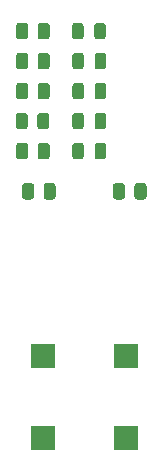
<source format=gbr>
%TF.GenerationSoftware,KiCad,Pcbnew,(5.1.9)-1*%
%TF.CreationDate,2021-04-21T20:58:21+02:00*%
%TF.ProjectId,Air-Quality,4169722d-5175-4616-9c69-74792e6b6963,rev?*%
%TF.SameCoordinates,Original*%
%TF.FileFunction,Paste,Top*%
%TF.FilePolarity,Positive*%
%FSLAX46Y46*%
G04 Gerber Fmt 4.6, Leading zero omitted, Abs format (unit mm)*
G04 Created by KiCad (PCBNEW (5.1.9)-1) date 2021-04-21 20:58:21*
%MOMM*%
%LPD*%
G01*
G04 APERTURE LIST*
%ADD10R,2.000000X2.000000*%
G04 APERTURE END LIST*
D10*
%TO.C,BZ1*%
X183119000Y-101813600D03*
X183119000Y-108813600D03*
X190119000Y-108813600D03*
X190119000Y-101813600D03*
%TD*%
%TO.C,D1*%
G36*
G01*
X186542500Y-73889550D02*
X186542500Y-74802050D01*
G75*
G02*
X186298750Y-75045800I-243750J0D01*
G01*
X185811250Y-75045800D01*
G75*
G02*
X185567500Y-74802050I0J243750D01*
G01*
X185567500Y-73889550D01*
G75*
G02*
X185811250Y-73645800I243750J0D01*
G01*
X186298750Y-73645800D01*
G75*
G02*
X186542500Y-73889550I0J-243750D01*
G01*
G37*
G36*
G01*
X188417500Y-73889550D02*
X188417500Y-74802050D01*
G75*
G02*
X188173750Y-75045800I-243750J0D01*
G01*
X187686250Y-75045800D01*
G75*
G02*
X187442500Y-74802050I0J243750D01*
G01*
X187442500Y-73889550D01*
G75*
G02*
X187686250Y-73645800I243750J0D01*
G01*
X188173750Y-73645800D01*
G75*
G02*
X188417500Y-73889550I0J-243750D01*
G01*
G37*
%TD*%
%TO.C,D2*%
G36*
G01*
X188442900Y-76429550D02*
X188442900Y-77342050D01*
G75*
G02*
X188199150Y-77585800I-243750J0D01*
G01*
X187711650Y-77585800D01*
G75*
G02*
X187467900Y-77342050I0J243750D01*
G01*
X187467900Y-76429550D01*
G75*
G02*
X187711650Y-76185800I243750J0D01*
G01*
X188199150Y-76185800D01*
G75*
G02*
X188442900Y-76429550I0J-243750D01*
G01*
G37*
G36*
G01*
X186567900Y-76429550D02*
X186567900Y-77342050D01*
G75*
G02*
X186324150Y-77585800I-243750J0D01*
G01*
X185836650Y-77585800D01*
G75*
G02*
X185592900Y-77342050I0J243750D01*
G01*
X185592900Y-76429550D01*
G75*
G02*
X185836650Y-76185800I243750J0D01*
G01*
X186324150Y-76185800D01*
G75*
G02*
X186567900Y-76429550I0J-243750D01*
G01*
G37*
%TD*%
%TO.C,D3*%
G36*
G01*
X186572500Y-78969550D02*
X186572500Y-79882050D01*
G75*
G02*
X186328750Y-80125800I-243750J0D01*
G01*
X185841250Y-80125800D01*
G75*
G02*
X185597500Y-79882050I0J243750D01*
G01*
X185597500Y-78969550D01*
G75*
G02*
X185841250Y-78725800I243750J0D01*
G01*
X186328750Y-78725800D01*
G75*
G02*
X186572500Y-78969550I0J-243750D01*
G01*
G37*
G36*
G01*
X188447500Y-78969550D02*
X188447500Y-79882050D01*
G75*
G02*
X188203750Y-80125800I-243750J0D01*
G01*
X187716250Y-80125800D01*
G75*
G02*
X187472500Y-79882050I0J243750D01*
G01*
X187472500Y-78969550D01*
G75*
G02*
X187716250Y-78725800I243750J0D01*
G01*
X188203750Y-78725800D01*
G75*
G02*
X188447500Y-78969550I0J-243750D01*
G01*
G37*
%TD*%
%TO.C,D4*%
G36*
G01*
X188442900Y-81509550D02*
X188442900Y-82422050D01*
G75*
G02*
X188199150Y-82665800I-243750J0D01*
G01*
X187711650Y-82665800D01*
G75*
G02*
X187467900Y-82422050I0J243750D01*
G01*
X187467900Y-81509550D01*
G75*
G02*
X187711650Y-81265800I243750J0D01*
G01*
X188199150Y-81265800D01*
G75*
G02*
X188442900Y-81509550I0J-243750D01*
G01*
G37*
G36*
G01*
X186567900Y-81509550D02*
X186567900Y-82422050D01*
G75*
G02*
X186324150Y-82665800I-243750J0D01*
G01*
X185836650Y-82665800D01*
G75*
G02*
X185592900Y-82422050I0J243750D01*
G01*
X185592900Y-81509550D01*
G75*
G02*
X185836650Y-81265800I243750J0D01*
G01*
X186324150Y-81265800D01*
G75*
G02*
X186567900Y-81509550I0J-243750D01*
G01*
G37*
%TD*%
%TO.C,D5*%
G36*
G01*
X188445200Y-84049550D02*
X188445200Y-84962050D01*
G75*
G02*
X188201450Y-85205800I-243750J0D01*
G01*
X187713950Y-85205800D01*
G75*
G02*
X187470200Y-84962050I0J243750D01*
G01*
X187470200Y-84049550D01*
G75*
G02*
X187713950Y-83805800I243750J0D01*
G01*
X188201450Y-83805800D01*
G75*
G02*
X188445200Y-84049550I0J-243750D01*
G01*
G37*
G36*
G01*
X186570200Y-84049550D02*
X186570200Y-84962050D01*
G75*
G02*
X186326450Y-85205800I-243750J0D01*
G01*
X185838950Y-85205800D01*
G75*
G02*
X185595200Y-84962050I0J243750D01*
G01*
X185595200Y-84049550D01*
G75*
G02*
X185838950Y-83805800I243750J0D01*
G01*
X186326450Y-83805800D01*
G75*
G02*
X186570200Y-84049550I0J-243750D01*
G01*
G37*
%TD*%
%TO.C,R1*%
G36*
G01*
X180818100Y-74795801D02*
X180818100Y-73895799D01*
G75*
G02*
X181068099Y-73645800I249999J0D01*
G01*
X181593101Y-73645800D01*
G75*
G02*
X181843100Y-73895799I0J-249999D01*
G01*
X181843100Y-74795801D01*
G75*
G02*
X181593101Y-75045800I-249999J0D01*
G01*
X181068099Y-75045800D01*
G75*
G02*
X180818100Y-74795801I0J249999D01*
G01*
G37*
G36*
G01*
X182643100Y-74795801D02*
X182643100Y-73895799D01*
G75*
G02*
X182893099Y-73645800I249999J0D01*
G01*
X183418101Y-73645800D01*
G75*
G02*
X183668100Y-73895799I0J-249999D01*
G01*
X183668100Y-74795801D01*
G75*
G02*
X183418101Y-75045800I-249999J0D01*
G01*
X182893099Y-75045800D01*
G75*
G02*
X182643100Y-74795801I0J249999D01*
G01*
G37*
%TD*%
%TO.C,R2*%
G36*
G01*
X182643100Y-77335801D02*
X182643100Y-76435799D01*
G75*
G02*
X182893099Y-76185800I249999J0D01*
G01*
X183418101Y-76185800D01*
G75*
G02*
X183668100Y-76435799I0J-249999D01*
G01*
X183668100Y-77335801D01*
G75*
G02*
X183418101Y-77585800I-249999J0D01*
G01*
X182893099Y-77585800D01*
G75*
G02*
X182643100Y-77335801I0J249999D01*
G01*
G37*
G36*
G01*
X180818100Y-77335801D02*
X180818100Y-76435799D01*
G75*
G02*
X181068099Y-76185800I249999J0D01*
G01*
X181593101Y-76185800D01*
G75*
G02*
X181843100Y-76435799I0J-249999D01*
G01*
X181843100Y-77335801D01*
G75*
G02*
X181593101Y-77585800I-249999J0D01*
G01*
X181068099Y-77585800D01*
G75*
G02*
X180818100Y-77335801I0J249999D01*
G01*
G37*
%TD*%
%TO.C,R3*%
G36*
G01*
X180818100Y-79875801D02*
X180818100Y-78975799D01*
G75*
G02*
X181068099Y-78725800I249999J0D01*
G01*
X181593101Y-78725800D01*
G75*
G02*
X181843100Y-78975799I0J-249999D01*
G01*
X181843100Y-79875801D01*
G75*
G02*
X181593101Y-80125800I-249999J0D01*
G01*
X181068099Y-80125800D01*
G75*
G02*
X180818100Y-79875801I0J249999D01*
G01*
G37*
G36*
G01*
X182643100Y-79875801D02*
X182643100Y-78975799D01*
G75*
G02*
X182893099Y-78725800I249999J0D01*
G01*
X183418101Y-78725800D01*
G75*
G02*
X183668100Y-78975799I0J-249999D01*
G01*
X183668100Y-79875801D01*
G75*
G02*
X183418101Y-80125800I-249999J0D01*
G01*
X182893099Y-80125800D01*
G75*
G02*
X182643100Y-79875801I0J249999D01*
G01*
G37*
%TD*%
%TO.C,R4*%
G36*
G01*
X182617700Y-82415801D02*
X182617700Y-81515799D01*
G75*
G02*
X182867699Y-81265800I249999J0D01*
G01*
X183392701Y-81265800D01*
G75*
G02*
X183642700Y-81515799I0J-249999D01*
G01*
X183642700Y-82415801D01*
G75*
G02*
X183392701Y-82665800I-249999J0D01*
G01*
X182867699Y-82665800D01*
G75*
G02*
X182617700Y-82415801I0J249999D01*
G01*
G37*
G36*
G01*
X180792700Y-82415801D02*
X180792700Y-81515799D01*
G75*
G02*
X181042699Y-81265800I249999J0D01*
G01*
X181567701Y-81265800D01*
G75*
G02*
X181817700Y-81515799I0J-249999D01*
G01*
X181817700Y-82415801D01*
G75*
G02*
X181567701Y-82665800I-249999J0D01*
G01*
X181042699Y-82665800D01*
G75*
G02*
X180792700Y-82415801I0J249999D01*
G01*
G37*
%TD*%
%TO.C,R5*%
G36*
G01*
X182643100Y-84955801D02*
X182643100Y-84055799D01*
G75*
G02*
X182893099Y-83805800I249999J0D01*
G01*
X183418101Y-83805800D01*
G75*
G02*
X183668100Y-84055799I0J-249999D01*
G01*
X183668100Y-84955801D01*
G75*
G02*
X183418101Y-85205800I-249999J0D01*
G01*
X182893099Y-85205800D01*
G75*
G02*
X182643100Y-84955801I0J249999D01*
G01*
G37*
G36*
G01*
X180818100Y-84955801D02*
X180818100Y-84055799D01*
G75*
G02*
X181068099Y-83805800I249999J0D01*
G01*
X181593101Y-83805800D01*
G75*
G02*
X181843100Y-84055799I0J-249999D01*
G01*
X181843100Y-84955801D01*
G75*
G02*
X181593101Y-85205800I-249999J0D01*
G01*
X181068099Y-85205800D01*
G75*
G02*
X180818100Y-84955801I0J249999D01*
G01*
G37*
%TD*%
%TO.C,R6*%
G36*
G01*
X191872300Y-87459399D02*
X191872300Y-88359401D01*
G75*
G02*
X191622301Y-88609400I-249999J0D01*
G01*
X191097299Y-88609400D01*
G75*
G02*
X190847300Y-88359401I0J249999D01*
G01*
X190847300Y-87459399D01*
G75*
G02*
X191097299Y-87209400I249999J0D01*
G01*
X191622301Y-87209400D01*
G75*
G02*
X191872300Y-87459399I0J-249999D01*
G01*
G37*
G36*
G01*
X190047300Y-87459399D02*
X190047300Y-88359401D01*
G75*
G02*
X189797301Y-88609400I-249999J0D01*
G01*
X189272299Y-88609400D01*
G75*
G02*
X189022300Y-88359401I0J249999D01*
G01*
X189022300Y-87459399D01*
G75*
G02*
X189272299Y-87209400I249999J0D01*
G01*
X189797301Y-87209400D01*
G75*
G02*
X190047300Y-87459399I0J-249999D01*
G01*
G37*
%TD*%
%TO.C,R7*%
G36*
G01*
X184179900Y-87459399D02*
X184179900Y-88359401D01*
G75*
G02*
X183929901Y-88609400I-249999J0D01*
G01*
X183404899Y-88609400D01*
G75*
G02*
X183154900Y-88359401I0J249999D01*
G01*
X183154900Y-87459399D01*
G75*
G02*
X183404899Y-87209400I249999J0D01*
G01*
X183929901Y-87209400D01*
G75*
G02*
X184179900Y-87459399I0J-249999D01*
G01*
G37*
G36*
G01*
X182354900Y-87459399D02*
X182354900Y-88359401D01*
G75*
G02*
X182104901Y-88609400I-249999J0D01*
G01*
X181579899Y-88609400D01*
G75*
G02*
X181329900Y-88359401I0J249999D01*
G01*
X181329900Y-87459399D01*
G75*
G02*
X181579899Y-87209400I249999J0D01*
G01*
X182104901Y-87209400D01*
G75*
G02*
X182354900Y-87459399I0J-249999D01*
G01*
G37*
%TD*%
M02*

</source>
